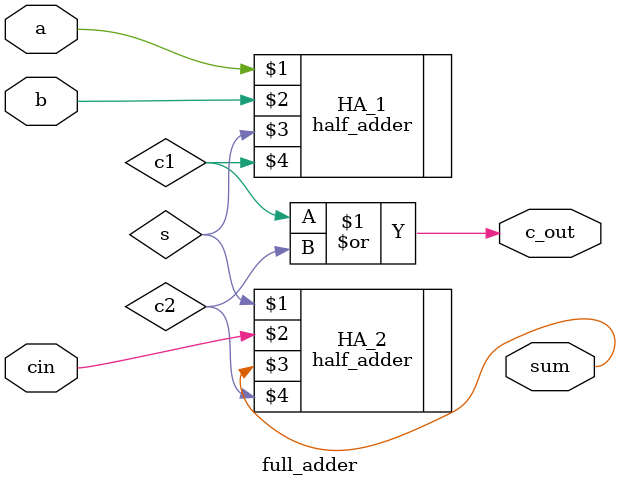
<source format=v>
module full_adder(a, b, cin, sum, c_out);
    input a, b, cin;
    output sum, c_out;
    wire s, c1, c2;
    half_adder HA_1 (a, b, s, c1);
    half_adder HA_2 (s, cin, sum, c2);

    or OR_1 (c_out, c1, c2);
endmodule
</source>
